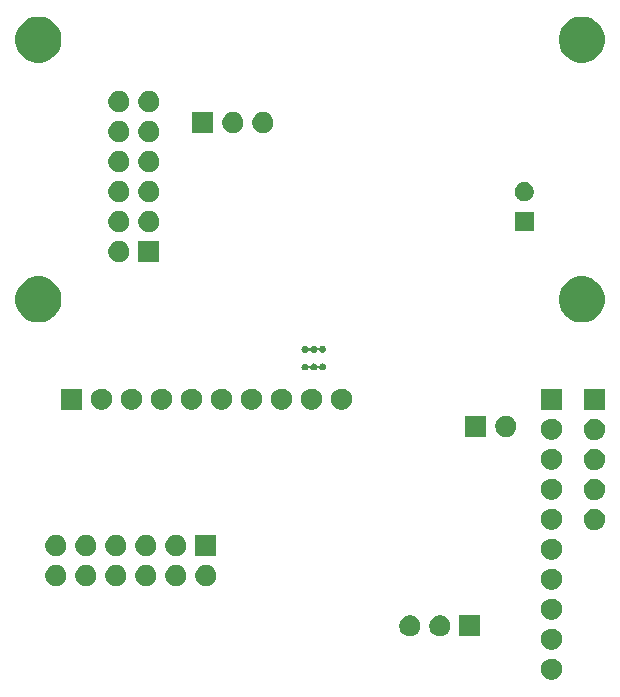
<source format=gbr>
G04 #@! TF.GenerationSoftware,KiCad,Pcbnew,(5.1.6)-1*
G04 #@! TF.CreationDate,2020-07-08T14:04:07+02:00*
G04 #@! TF.ProjectId,InteractiveGuitar,496e7465-7261-4637-9469-766547756974,rev?*
G04 #@! TF.SameCoordinates,Original*
G04 #@! TF.FileFunction,Soldermask,Bot*
G04 #@! TF.FilePolarity,Negative*
%FSLAX46Y46*%
G04 Gerber Fmt 4.6, Leading zero omitted, Abs format (unit mm)*
G04 Created by KiCad (PCBNEW (5.1.6)-1) date 2020-07-08 14:04:07*
%MOMM*%
%LPD*%
G01*
G04 APERTURE LIST*
%ADD10C,0.100000*%
G04 APERTURE END LIST*
D10*
G36*
X167563012Y-126406427D02*
G01*
X167712312Y-126436124D01*
X167876284Y-126504044D01*
X168023854Y-126602647D01*
X168149353Y-126728146D01*
X168247956Y-126875716D01*
X168315876Y-127039688D01*
X168350500Y-127213759D01*
X168350500Y-127391241D01*
X168315876Y-127565312D01*
X168247956Y-127729284D01*
X168149353Y-127876854D01*
X168023854Y-128002353D01*
X167876284Y-128100956D01*
X167712312Y-128168876D01*
X167563012Y-128198573D01*
X167538242Y-128203500D01*
X167360758Y-128203500D01*
X167335988Y-128198573D01*
X167186688Y-128168876D01*
X167022716Y-128100956D01*
X166875146Y-128002353D01*
X166749647Y-127876854D01*
X166651044Y-127729284D01*
X166583124Y-127565312D01*
X166548500Y-127391241D01*
X166548500Y-127213759D01*
X166583124Y-127039688D01*
X166651044Y-126875716D01*
X166749647Y-126728146D01*
X166875146Y-126602647D01*
X167022716Y-126504044D01*
X167186688Y-126436124D01*
X167335988Y-126406427D01*
X167360758Y-126401500D01*
X167538242Y-126401500D01*
X167563012Y-126406427D01*
G37*
G36*
X167563012Y-123866427D02*
G01*
X167712312Y-123896124D01*
X167876284Y-123964044D01*
X168023854Y-124062647D01*
X168149353Y-124188146D01*
X168247956Y-124335716D01*
X168315876Y-124499688D01*
X168350500Y-124673759D01*
X168350500Y-124851241D01*
X168315876Y-125025312D01*
X168247956Y-125189284D01*
X168149353Y-125336854D01*
X168023854Y-125462353D01*
X167876284Y-125560956D01*
X167712312Y-125628876D01*
X167563012Y-125658573D01*
X167538242Y-125663500D01*
X167360758Y-125663500D01*
X167335988Y-125658573D01*
X167186688Y-125628876D01*
X167022716Y-125560956D01*
X166875146Y-125462353D01*
X166749647Y-125336854D01*
X166651044Y-125189284D01*
X166583124Y-125025312D01*
X166548500Y-124851241D01*
X166548500Y-124673759D01*
X166583124Y-124499688D01*
X166651044Y-124335716D01*
X166749647Y-124188146D01*
X166875146Y-124062647D01*
X167022716Y-123964044D01*
X167186688Y-123896124D01*
X167335988Y-123866427D01*
X167360758Y-123861500D01*
X167538242Y-123861500D01*
X167563012Y-123866427D01*
G37*
G36*
X155561512Y-122738427D02*
G01*
X155710812Y-122768124D01*
X155874784Y-122836044D01*
X156022354Y-122934647D01*
X156147853Y-123060146D01*
X156246456Y-123207716D01*
X156314376Y-123371688D01*
X156349000Y-123545759D01*
X156349000Y-123723241D01*
X156314376Y-123897312D01*
X156246456Y-124061284D01*
X156147853Y-124208854D01*
X156022354Y-124334353D01*
X155874784Y-124432956D01*
X155710812Y-124500876D01*
X155561512Y-124530573D01*
X155536742Y-124535500D01*
X155359258Y-124535500D01*
X155334488Y-124530573D01*
X155185188Y-124500876D01*
X155021216Y-124432956D01*
X154873646Y-124334353D01*
X154748147Y-124208854D01*
X154649544Y-124061284D01*
X154581624Y-123897312D01*
X154547000Y-123723241D01*
X154547000Y-123545759D01*
X154581624Y-123371688D01*
X154649544Y-123207716D01*
X154748147Y-123060146D01*
X154873646Y-122934647D01*
X155021216Y-122836044D01*
X155185188Y-122768124D01*
X155334488Y-122738427D01*
X155359258Y-122733500D01*
X155536742Y-122733500D01*
X155561512Y-122738427D01*
G37*
G36*
X158101512Y-122738427D02*
G01*
X158250812Y-122768124D01*
X158414784Y-122836044D01*
X158562354Y-122934647D01*
X158687853Y-123060146D01*
X158786456Y-123207716D01*
X158854376Y-123371688D01*
X158889000Y-123545759D01*
X158889000Y-123723241D01*
X158854376Y-123897312D01*
X158786456Y-124061284D01*
X158687853Y-124208854D01*
X158562354Y-124334353D01*
X158414784Y-124432956D01*
X158250812Y-124500876D01*
X158101512Y-124530573D01*
X158076742Y-124535500D01*
X157899258Y-124535500D01*
X157874488Y-124530573D01*
X157725188Y-124500876D01*
X157561216Y-124432956D01*
X157413646Y-124334353D01*
X157288147Y-124208854D01*
X157189544Y-124061284D01*
X157121624Y-123897312D01*
X157087000Y-123723241D01*
X157087000Y-123545759D01*
X157121624Y-123371688D01*
X157189544Y-123207716D01*
X157288147Y-123060146D01*
X157413646Y-122934647D01*
X157561216Y-122836044D01*
X157725188Y-122768124D01*
X157874488Y-122738427D01*
X157899258Y-122733500D01*
X158076742Y-122733500D01*
X158101512Y-122738427D01*
G37*
G36*
X161429000Y-124535500D02*
G01*
X159627000Y-124535500D01*
X159627000Y-122733500D01*
X161429000Y-122733500D01*
X161429000Y-124535500D01*
G37*
G36*
X167563012Y-121326427D02*
G01*
X167712312Y-121356124D01*
X167876284Y-121424044D01*
X168023854Y-121522647D01*
X168149353Y-121648146D01*
X168247956Y-121795716D01*
X168315876Y-121959688D01*
X168350500Y-122133759D01*
X168350500Y-122311241D01*
X168315876Y-122485312D01*
X168247956Y-122649284D01*
X168149353Y-122796854D01*
X168023854Y-122922353D01*
X167876284Y-123020956D01*
X167712312Y-123088876D01*
X167563012Y-123118573D01*
X167538242Y-123123500D01*
X167360758Y-123123500D01*
X167335988Y-123118573D01*
X167186688Y-123088876D01*
X167022716Y-123020956D01*
X166875146Y-122922353D01*
X166749647Y-122796854D01*
X166651044Y-122649284D01*
X166583124Y-122485312D01*
X166548500Y-122311241D01*
X166548500Y-122133759D01*
X166583124Y-121959688D01*
X166651044Y-121795716D01*
X166749647Y-121648146D01*
X166875146Y-121522647D01*
X167022716Y-121424044D01*
X167186688Y-121356124D01*
X167335988Y-121326427D01*
X167360758Y-121321500D01*
X167538242Y-121321500D01*
X167563012Y-121326427D01*
G37*
G36*
X167563012Y-118786427D02*
G01*
X167712312Y-118816124D01*
X167876284Y-118884044D01*
X168023854Y-118982647D01*
X168149353Y-119108146D01*
X168247956Y-119255716D01*
X168315876Y-119419688D01*
X168350500Y-119593759D01*
X168350500Y-119771241D01*
X168315876Y-119945312D01*
X168247956Y-120109284D01*
X168149353Y-120256854D01*
X168023854Y-120382353D01*
X167876284Y-120480956D01*
X167712312Y-120548876D01*
X167563012Y-120578573D01*
X167538242Y-120583500D01*
X167360758Y-120583500D01*
X167335988Y-120578573D01*
X167186688Y-120548876D01*
X167022716Y-120480956D01*
X166875146Y-120382353D01*
X166749647Y-120256854D01*
X166651044Y-120109284D01*
X166583124Y-119945312D01*
X166548500Y-119771241D01*
X166548500Y-119593759D01*
X166583124Y-119419688D01*
X166651044Y-119255716D01*
X166749647Y-119108146D01*
X166875146Y-118982647D01*
X167022716Y-118884044D01*
X167186688Y-118816124D01*
X167335988Y-118786427D01*
X167360758Y-118781500D01*
X167538242Y-118781500D01*
X167563012Y-118786427D01*
G37*
G36*
X135749512Y-118483927D02*
G01*
X135898812Y-118513624D01*
X136062784Y-118581544D01*
X136210354Y-118680147D01*
X136335853Y-118805646D01*
X136434456Y-118953216D01*
X136502376Y-119117188D01*
X136537000Y-119291259D01*
X136537000Y-119468741D01*
X136502376Y-119642812D01*
X136434456Y-119806784D01*
X136335853Y-119954354D01*
X136210354Y-120079853D01*
X136062784Y-120178456D01*
X135898812Y-120246376D01*
X135749512Y-120276073D01*
X135724742Y-120281000D01*
X135547258Y-120281000D01*
X135522488Y-120276073D01*
X135373188Y-120246376D01*
X135209216Y-120178456D01*
X135061646Y-120079853D01*
X134936147Y-119954354D01*
X134837544Y-119806784D01*
X134769624Y-119642812D01*
X134735000Y-119468741D01*
X134735000Y-119291259D01*
X134769624Y-119117188D01*
X134837544Y-118953216D01*
X134936147Y-118805646D01*
X135061646Y-118680147D01*
X135209216Y-118581544D01*
X135373188Y-118513624D01*
X135522488Y-118483927D01*
X135547258Y-118479000D01*
X135724742Y-118479000D01*
X135749512Y-118483927D01*
G37*
G36*
X125589512Y-118483927D02*
G01*
X125738812Y-118513624D01*
X125902784Y-118581544D01*
X126050354Y-118680147D01*
X126175853Y-118805646D01*
X126274456Y-118953216D01*
X126342376Y-119117188D01*
X126377000Y-119291259D01*
X126377000Y-119468741D01*
X126342376Y-119642812D01*
X126274456Y-119806784D01*
X126175853Y-119954354D01*
X126050354Y-120079853D01*
X125902784Y-120178456D01*
X125738812Y-120246376D01*
X125589512Y-120276073D01*
X125564742Y-120281000D01*
X125387258Y-120281000D01*
X125362488Y-120276073D01*
X125213188Y-120246376D01*
X125049216Y-120178456D01*
X124901646Y-120079853D01*
X124776147Y-119954354D01*
X124677544Y-119806784D01*
X124609624Y-119642812D01*
X124575000Y-119468741D01*
X124575000Y-119291259D01*
X124609624Y-119117188D01*
X124677544Y-118953216D01*
X124776147Y-118805646D01*
X124901646Y-118680147D01*
X125049216Y-118581544D01*
X125213188Y-118513624D01*
X125362488Y-118483927D01*
X125387258Y-118479000D01*
X125564742Y-118479000D01*
X125589512Y-118483927D01*
G37*
G36*
X128129512Y-118483927D02*
G01*
X128278812Y-118513624D01*
X128442784Y-118581544D01*
X128590354Y-118680147D01*
X128715853Y-118805646D01*
X128814456Y-118953216D01*
X128882376Y-119117188D01*
X128917000Y-119291259D01*
X128917000Y-119468741D01*
X128882376Y-119642812D01*
X128814456Y-119806784D01*
X128715853Y-119954354D01*
X128590354Y-120079853D01*
X128442784Y-120178456D01*
X128278812Y-120246376D01*
X128129512Y-120276073D01*
X128104742Y-120281000D01*
X127927258Y-120281000D01*
X127902488Y-120276073D01*
X127753188Y-120246376D01*
X127589216Y-120178456D01*
X127441646Y-120079853D01*
X127316147Y-119954354D01*
X127217544Y-119806784D01*
X127149624Y-119642812D01*
X127115000Y-119468741D01*
X127115000Y-119291259D01*
X127149624Y-119117188D01*
X127217544Y-118953216D01*
X127316147Y-118805646D01*
X127441646Y-118680147D01*
X127589216Y-118581544D01*
X127753188Y-118513624D01*
X127902488Y-118483927D01*
X127927258Y-118479000D01*
X128104742Y-118479000D01*
X128129512Y-118483927D01*
G37*
G36*
X130669512Y-118483927D02*
G01*
X130818812Y-118513624D01*
X130982784Y-118581544D01*
X131130354Y-118680147D01*
X131255853Y-118805646D01*
X131354456Y-118953216D01*
X131422376Y-119117188D01*
X131457000Y-119291259D01*
X131457000Y-119468741D01*
X131422376Y-119642812D01*
X131354456Y-119806784D01*
X131255853Y-119954354D01*
X131130354Y-120079853D01*
X130982784Y-120178456D01*
X130818812Y-120246376D01*
X130669512Y-120276073D01*
X130644742Y-120281000D01*
X130467258Y-120281000D01*
X130442488Y-120276073D01*
X130293188Y-120246376D01*
X130129216Y-120178456D01*
X129981646Y-120079853D01*
X129856147Y-119954354D01*
X129757544Y-119806784D01*
X129689624Y-119642812D01*
X129655000Y-119468741D01*
X129655000Y-119291259D01*
X129689624Y-119117188D01*
X129757544Y-118953216D01*
X129856147Y-118805646D01*
X129981646Y-118680147D01*
X130129216Y-118581544D01*
X130293188Y-118513624D01*
X130442488Y-118483927D01*
X130467258Y-118479000D01*
X130644742Y-118479000D01*
X130669512Y-118483927D01*
G37*
G36*
X133209512Y-118483927D02*
G01*
X133358812Y-118513624D01*
X133522784Y-118581544D01*
X133670354Y-118680147D01*
X133795853Y-118805646D01*
X133894456Y-118953216D01*
X133962376Y-119117188D01*
X133997000Y-119291259D01*
X133997000Y-119468741D01*
X133962376Y-119642812D01*
X133894456Y-119806784D01*
X133795853Y-119954354D01*
X133670354Y-120079853D01*
X133522784Y-120178456D01*
X133358812Y-120246376D01*
X133209512Y-120276073D01*
X133184742Y-120281000D01*
X133007258Y-120281000D01*
X132982488Y-120276073D01*
X132833188Y-120246376D01*
X132669216Y-120178456D01*
X132521646Y-120079853D01*
X132396147Y-119954354D01*
X132297544Y-119806784D01*
X132229624Y-119642812D01*
X132195000Y-119468741D01*
X132195000Y-119291259D01*
X132229624Y-119117188D01*
X132297544Y-118953216D01*
X132396147Y-118805646D01*
X132521646Y-118680147D01*
X132669216Y-118581544D01*
X132833188Y-118513624D01*
X132982488Y-118483927D01*
X133007258Y-118479000D01*
X133184742Y-118479000D01*
X133209512Y-118483927D01*
G37*
G36*
X138289512Y-118483927D02*
G01*
X138438812Y-118513624D01*
X138602784Y-118581544D01*
X138750354Y-118680147D01*
X138875853Y-118805646D01*
X138974456Y-118953216D01*
X139042376Y-119117188D01*
X139077000Y-119291259D01*
X139077000Y-119468741D01*
X139042376Y-119642812D01*
X138974456Y-119806784D01*
X138875853Y-119954354D01*
X138750354Y-120079853D01*
X138602784Y-120178456D01*
X138438812Y-120246376D01*
X138289512Y-120276073D01*
X138264742Y-120281000D01*
X138087258Y-120281000D01*
X138062488Y-120276073D01*
X137913188Y-120246376D01*
X137749216Y-120178456D01*
X137601646Y-120079853D01*
X137476147Y-119954354D01*
X137377544Y-119806784D01*
X137309624Y-119642812D01*
X137275000Y-119468741D01*
X137275000Y-119291259D01*
X137309624Y-119117188D01*
X137377544Y-118953216D01*
X137476147Y-118805646D01*
X137601646Y-118680147D01*
X137749216Y-118581544D01*
X137913188Y-118513624D01*
X138062488Y-118483927D01*
X138087258Y-118479000D01*
X138264742Y-118479000D01*
X138289512Y-118483927D01*
G37*
G36*
X167563012Y-116246427D02*
G01*
X167712312Y-116276124D01*
X167876284Y-116344044D01*
X168023854Y-116442647D01*
X168149353Y-116568146D01*
X168247956Y-116715716D01*
X168315876Y-116879688D01*
X168350500Y-117053759D01*
X168350500Y-117231241D01*
X168315876Y-117405312D01*
X168247956Y-117569284D01*
X168149353Y-117716854D01*
X168023854Y-117842353D01*
X167876284Y-117940956D01*
X167712312Y-118008876D01*
X167563012Y-118038573D01*
X167538242Y-118043500D01*
X167360758Y-118043500D01*
X167335988Y-118038573D01*
X167186688Y-118008876D01*
X167022716Y-117940956D01*
X166875146Y-117842353D01*
X166749647Y-117716854D01*
X166651044Y-117569284D01*
X166583124Y-117405312D01*
X166548500Y-117231241D01*
X166548500Y-117053759D01*
X166583124Y-116879688D01*
X166651044Y-116715716D01*
X166749647Y-116568146D01*
X166875146Y-116442647D01*
X167022716Y-116344044D01*
X167186688Y-116276124D01*
X167335988Y-116246427D01*
X167360758Y-116241500D01*
X167538242Y-116241500D01*
X167563012Y-116246427D01*
G37*
G36*
X133209512Y-115943927D02*
G01*
X133358812Y-115973624D01*
X133522784Y-116041544D01*
X133670354Y-116140147D01*
X133795853Y-116265646D01*
X133894456Y-116413216D01*
X133962376Y-116577188D01*
X133997000Y-116751259D01*
X133997000Y-116928741D01*
X133962376Y-117102812D01*
X133894456Y-117266784D01*
X133795853Y-117414354D01*
X133670354Y-117539853D01*
X133522784Y-117638456D01*
X133358812Y-117706376D01*
X133209512Y-117736073D01*
X133184742Y-117741000D01*
X133007258Y-117741000D01*
X132982488Y-117736073D01*
X132833188Y-117706376D01*
X132669216Y-117638456D01*
X132521646Y-117539853D01*
X132396147Y-117414354D01*
X132297544Y-117266784D01*
X132229624Y-117102812D01*
X132195000Y-116928741D01*
X132195000Y-116751259D01*
X132229624Y-116577188D01*
X132297544Y-116413216D01*
X132396147Y-116265646D01*
X132521646Y-116140147D01*
X132669216Y-116041544D01*
X132833188Y-115973624D01*
X132982488Y-115943927D01*
X133007258Y-115939000D01*
X133184742Y-115939000D01*
X133209512Y-115943927D01*
G37*
G36*
X130669512Y-115943927D02*
G01*
X130818812Y-115973624D01*
X130982784Y-116041544D01*
X131130354Y-116140147D01*
X131255853Y-116265646D01*
X131354456Y-116413216D01*
X131422376Y-116577188D01*
X131457000Y-116751259D01*
X131457000Y-116928741D01*
X131422376Y-117102812D01*
X131354456Y-117266784D01*
X131255853Y-117414354D01*
X131130354Y-117539853D01*
X130982784Y-117638456D01*
X130818812Y-117706376D01*
X130669512Y-117736073D01*
X130644742Y-117741000D01*
X130467258Y-117741000D01*
X130442488Y-117736073D01*
X130293188Y-117706376D01*
X130129216Y-117638456D01*
X129981646Y-117539853D01*
X129856147Y-117414354D01*
X129757544Y-117266784D01*
X129689624Y-117102812D01*
X129655000Y-116928741D01*
X129655000Y-116751259D01*
X129689624Y-116577188D01*
X129757544Y-116413216D01*
X129856147Y-116265646D01*
X129981646Y-116140147D01*
X130129216Y-116041544D01*
X130293188Y-115973624D01*
X130442488Y-115943927D01*
X130467258Y-115939000D01*
X130644742Y-115939000D01*
X130669512Y-115943927D01*
G37*
G36*
X135749512Y-115943927D02*
G01*
X135898812Y-115973624D01*
X136062784Y-116041544D01*
X136210354Y-116140147D01*
X136335853Y-116265646D01*
X136434456Y-116413216D01*
X136502376Y-116577188D01*
X136537000Y-116751259D01*
X136537000Y-116928741D01*
X136502376Y-117102812D01*
X136434456Y-117266784D01*
X136335853Y-117414354D01*
X136210354Y-117539853D01*
X136062784Y-117638456D01*
X135898812Y-117706376D01*
X135749512Y-117736073D01*
X135724742Y-117741000D01*
X135547258Y-117741000D01*
X135522488Y-117736073D01*
X135373188Y-117706376D01*
X135209216Y-117638456D01*
X135061646Y-117539853D01*
X134936147Y-117414354D01*
X134837544Y-117266784D01*
X134769624Y-117102812D01*
X134735000Y-116928741D01*
X134735000Y-116751259D01*
X134769624Y-116577188D01*
X134837544Y-116413216D01*
X134936147Y-116265646D01*
X135061646Y-116140147D01*
X135209216Y-116041544D01*
X135373188Y-115973624D01*
X135522488Y-115943927D01*
X135547258Y-115939000D01*
X135724742Y-115939000D01*
X135749512Y-115943927D01*
G37*
G36*
X125589512Y-115943927D02*
G01*
X125738812Y-115973624D01*
X125902784Y-116041544D01*
X126050354Y-116140147D01*
X126175853Y-116265646D01*
X126274456Y-116413216D01*
X126342376Y-116577188D01*
X126377000Y-116751259D01*
X126377000Y-116928741D01*
X126342376Y-117102812D01*
X126274456Y-117266784D01*
X126175853Y-117414354D01*
X126050354Y-117539853D01*
X125902784Y-117638456D01*
X125738812Y-117706376D01*
X125589512Y-117736073D01*
X125564742Y-117741000D01*
X125387258Y-117741000D01*
X125362488Y-117736073D01*
X125213188Y-117706376D01*
X125049216Y-117638456D01*
X124901646Y-117539853D01*
X124776147Y-117414354D01*
X124677544Y-117266784D01*
X124609624Y-117102812D01*
X124575000Y-116928741D01*
X124575000Y-116751259D01*
X124609624Y-116577188D01*
X124677544Y-116413216D01*
X124776147Y-116265646D01*
X124901646Y-116140147D01*
X125049216Y-116041544D01*
X125213188Y-115973624D01*
X125362488Y-115943927D01*
X125387258Y-115939000D01*
X125564742Y-115939000D01*
X125589512Y-115943927D01*
G37*
G36*
X128129512Y-115943927D02*
G01*
X128278812Y-115973624D01*
X128442784Y-116041544D01*
X128590354Y-116140147D01*
X128715853Y-116265646D01*
X128814456Y-116413216D01*
X128882376Y-116577188D01*
X128917000Y-116751259D01*
X128917000Y-116928741D01*
X128882376Y-117102812D01*
X128814456Y-117266784D01*
X128715853Y-117414354D01*
X128590354Y-117539853D01*
X128442784Y-117638456D01*
X128278812Y-117706376D01*
X128129512Y-117736073D01*
X128104742Y-117741000D01*
X127927258Y-117741000D01*
X127902488Y-117736073D01*
X127753188Y-117706376D01*
X127589216Y-117638456D01*
X127441646Y-117539853D01*
X127316147Y-117414354D01*
X127217544Y-117266784D01*
X127149624Y-117102812D01*
X127115000Y-116928741D01*
X127115000Y-116751259D01*
X127149624Y-116577188D01*
X127217544Y-116413216D01*
X127316147Y-116265646D01*
X127441646Y-116140147D01*
X127589216Y-116041544D01*
X127753188Y-115973624D01*
X127902488Y-115943927D01*
X127927258Y-115939000D01*
X128104742Y-115939000D01*
X128129512Y-115943927D01*
G37*
G36*
X139077000Y-117741000D02*
G01*
X137275000Y-117741000D01*
X137275000Y-115939000D01*
X139077000Y-115939000D01*
X139077000Y-117741000D01*
G37*
G36*
X171182512Y-113721427D02*
G01*
X171331812Y-113751124D01*
X171495784Y-113819044D01*
X171643354Y-113917647D01*
X171768853Y-114043146D01*
X171867456Y-114190716D01*
X171935376Y-114354688D01*
X171970000Y-114528759D01*
X171970000Y-114706241D01*
X171935376Y-114880312D01*
X171867456Y-115044284D01*
X171768853Y-115191854D01*
X171643354Y-115317353D01*
X171495784Y-115415956D01*
X171331812Y-115483876D01*
X171182512Y-115513573D01*
X171157742Y-115518500D01*
X170980258Y-115518500D01*
X170955488Y-115513573D01*
X170806188Y-115483876D01*
X170642216Y-115415956D01*
X170494646Y-115317353D01*
X170369147Y-115191854D01*
X170270544Y-115044284D01*
X170202624Y-114880312D01*
X170168000Y-114706241D01*
X170168000Y-114528759D01*
X170202624Y-114354688D01*
X170270544Y-114190716D01*
X170369147Y-114043146D01*
X170494646Y-113917647D01*
X170642216Y-113819044D01*
X170806188Y-113751124D01*
X170955488Y-113721427D01*
X170980258Y-113716500D01*
X171157742Y-113716500D01*
X171182512Y-113721427D01*
G37*
G36*
X167563012Y-113706427D02*
G01*
X167712312Y-113736124D01*
X167876284Y-113804044D01*
X168023854Y-113902647D01*
X168149353Y-114028146D01*
X168247956Y-114175716D01*
X168315876Y-114339688D01*
X168350500Y-114513759D01*
X168350500Y-114691241D01*
X168315876Y-114865312D01*
X168247956Y-115029284D01*
X168149353Y-115176854D01*
X168023854Y-115302353D01*
X167876284Y-115400956D01*
X167712312Y-115468876D01*
X167563012Y-115498573D01*
X167538242Y-115503500D01*
X167360758Y-115503500D01*
X167335988Y-115498573D01*
X167186688Y-115468876D01*
X167022716Y-115400956D01*
X166875146Y-115302353D01*
X166749647Y-115176854D01*
X166651044Y-115029284D01*
X166583124Y-114865312D01*
X166548500Y-114691241D01*
X166548500Y-114513759D01*
X166583124Y-114339688D01*
X166651044Y-114175716D01*
X166749647Y-114028146D01*
X166875146Y-113902647D01*
X167022716Y-113804044D01*
X167186688Y-113736124D01*
X167335988Y-113706427D01*
X167360758Y-113701500D01*
X167538242Y-113701500D01*
X167563012Y-113706427D01*
G37*
G36*
X171182512Y-111181427D02*
G01*
X171331812Y-111211124D01*
X171495784Y-111279044D01*
X171643354Y-111377647D01*
X171768853Y-111503146D01*
X171867456Y-111650716D01*
X171935376Y-111814688D01*
X171970000Y-111988759D01*
X171970000Y-112166241D01*
X171935376Y-112340312D01*
X171867456Y-112504284D01*
X171768853Y-112651854D01*
X171643354Y-112777353D01*
X171495784Y-112875956D01*
X171331812Y-112943876D01*
X171182512Y-112973573D01*
X171157742Y-112978500D01*
X170980258Y-112978500D01*
X170955488Y-112973573D01*
X170806188Y-112943876D01*
X170642216Y-112875956D01*
X170494646Y-112777353D01*
X170369147Y-112651854D01*
X170270544Y-112504284D01*
X170202624Y-112340312D01*
X170168000Y-112166241D01*
X170168000Y-111988759D01*
X170202624Y-111814688D01*
X170270544Y-111650716D01*
X170369147Y-111503146D01*
X170494646Y-111377647D01*
X170642216Y-111279044D01*
X170806188Y-111211124D01*
X170955488Y-111181427D01*
X170980258Y-111176500D01*
X171157742Y-111176500D01*
X171182512Y-111181427D01*
G37*
G36*
X167563012Y-111166427D02*
G01*
X167712312Y-111196124D01*
X167876284Y-111264044D01*
X168023854Y-111362647D01*
X168149353Y-111488146D01*
X168247956Y-111635716D01*
X168315876Y-111799688D01*
X168350500Y-111973759D01*
X168350500Y-112151241D01*
X168315876Y-112325312D01*
X168247956Y-112489284D01*
X168149353Y-112636854D01*
X168023854Y-112762353D01*
X167876284Y-112860956D01*
X167712312Y-112928876D01*
X167563012Y-112958573D01*
X167538242Y-112963500D01*
X167360758Y-112963500D01*
X167335988Y-112958573D01*
X167186688Y-112928876D01*
X167022716Y-112860956D01*
X166875146Y-112762353D01*
X166749647Y-112636854D01*
X166651044Y-112489284D01*
X166583124Y-112325312D01*
X166548500Y-112151241D01*
X166548500Y-111973759D01*
X166583124Y-111799688D01*
X166651044Y-111635716D01*
X166749647Y-111488146D01*
X166875146Y-111362647D01*
X167022716Y-111264044D01*
X167186688Y-111196124D01*
X167335988Y-111166427D01*
X167360758Y-111161500D01*
X167538242Y-111161500D01*
X167563012Y-111166427D01*
G37*
G36*
X171182512Y-108641427D02*
G01*
X171331812Y-108671124D01*
X171495784Y-108739044D01*
X171643354Y-108837647D01*
X171768853Y-108963146D01*
X171867456Y-109110716D01*
X171935376Y-109274688D01*
X171970000Y-109448759D01*
X171970000Y-109626241D01*
X171935376Y-109800312D01*
X171867456Y-109964284D01*
X171768853Y-110111854D01*
X171643354Y-110237353D01*
X171495784Y-110335956D01*
X171331812Y-110403876D01*
X171182512Y-110433573D01*
X171157742Y-110438500D01*
X170980258Y-110438500D01*
X170955488Y-110433573D01*
X170806188Y-110403876D01*
X170642216Y-110335956D01*
X170494646Y-110237353D01*
X170369147Y-110111854D01*
X170270544Y-109964284D01*
X170202624Y-109800312D01*
X170168000Y-109626241D01*
X170168000Y-109448759D01*
X170202624Y-109274688D01*
X170270544Y-109110716D01*
X170369147Y-108963146D01*
X170494646Y-108837647D01*
X170642216Y-108739044D01*
X170806188Y-108671124D01*
X170955488Y-108641427D01*
X170980258Y-108636500D01*
X171157742Y-108636500D01*
X171182512Y-108641427D01*
G37*
G36*
X167563012Y-108626427D02*
G01*
X167712312Y-108656124D01*
X167876284Y-108724044D01*
X168023854Y-108822647D01*
X168149353Y-108948146D01*
X168247956Y-109095716D01*
X168315876Y-109259688D01*
X168350500Y-109433759D01*
X168350500Y-109611241D01*
X168315876Y-109785312D01*
X168247956Y-109949284D01*
X168149353Y-110096854D01*
X168023854Y-110222353D01*
X167876284Y-110320956D01*
X167712312Y-110388876D01*
X167563012Y-110418573D01*
X167538242Y-110423500D01*
X167360758Y-110423500D01*
X167335988Y-110418573D01*
X167186688Y-110388876D01*
X167022716Y-110320956D01*
X166875146Y-110222353D01*
X166749647Y-110096854D01*
X166651044Y-109949284D01*
X166583124Y-109785312D01*
X166548500Y-109611241D01*
X166548500Y-109433759D01*
X166583124Y-109259688D01*
X166651044Y-109095716D01*
X166749647Y-108948146D01*
X166875146Y-108822647D01*
X167022716Y-108724044D01*
X167186688Y-108656124D01*
X167335988Y-108626427D01*
X167360758Y-108621500D01*
X167538242Y-108621500D01*
X167563012Y-108626427D01*
G37*
G36*
X171182512Y-106101427D02*
G01*
X171331812Y-106131124D01*
X171495784Y-106199044D01*
X171643354Y-106297647D01*
X171768853Y-106423146D01*
X171867456Y-106570716D01*
X171935376Y-106734688D01*
X171970000Y-106908759D01*
X171970000Y-107086241D01*
X171935376Y-107260312D01*
X171867456Y-107424284D01*
X171768853Y-107571854D01*
X171643354Y-107697353D01*
X171495784Y-107795956D01*
X171331812Y-107863876D01*
X171182512Y-107893573D01*
X171157742Y-107898500D01*
X170980258Y-107898500D01*
X170955488Y-107893573D01*
X170806188Y-107863876D01*
X170642216Y-107795956D01*
X170494646Y-107697353D01*
X170369147Y-107571854D01*
X170270544Y-107424284D01*
X170202624Y-107260312D01*
X170168000Y-107086241D01*
X170168000Y-106908759D01*
X170202624Y-106734688D01*
X170270544Y-106570716D01*
X170369147Y-106423146D01*
X170494646Y-106297647D01*
X170642216Y-106199044D01*
X170806188Y-106131124D01*
X170955488Y-106101427D01*
X170980258Y-106096500D01*
X171157742Y-106096500D01*
X171182512Y-106101427D01*
G37*
G36*
X167563012Y-106086427D02*
G01*
X167712312Y-106116124D01*
X167876284Y-106184044D01*
X168023854Y-106282647D01*
X168149353Y-106408146D01*
X168247956Y-106555716D01*
X168315876Y-106719688D01*
X168350500Y-106893759D01*
X168350500Y-107071241D01*
X168315876Y-107245312D01*
X168247956Y-107409284D01*
X168149353Y-107556854D01*
X168023854Y-107682353D01*
X167876284Y-107780956D01*
X167712312Y-107848876D01*
X167563012Y-107878573D01*
X167538242Y-107883500D01*
X167360758Y-107883500D01*
X167335988Y-107878573D01*
X167186688Y-107848876D01*
X167022716Y-107780956D01*
X166875146Y-107682353D01*
X166749647Y-107556854D01*
X166651044Y-107409284D01*
X166583124Y-107245312D01*
X166548500Y-107071241D01*
X166548500Y-106893759D01*
X166583124Y-106719688D01*
X166651044Y-106555716D01*
X166749647Y-106408146D01*
X166875146Y-106282647D01*
X167022716Y-106184044D01*
X167186688Y-106116124D01*
X167335988Y-106086427D01*
X167360758Y-106081500D01*
X167538242Y-106081500D01*
X167563012Y-106086427D01*
G37*
G36*
X163689512Y-105847427D02*
G01*
X163838812Y-105877124D01*
X164002784Y-105945044D01*
X164150354Y-106043647D01*
X164275853Y-106169146D01*
X164374456Y-106316716D01*
X164442376Y-106480688D01*
X164477000Y-106654759D01*
X164477000Y-106832241D01*
X164442376Y-107006312D01*
X164374456Y-107170284D01*
X164275853Y-107317854D01*
X164150354Y-107443353D01*
X164002784Y-107541956D01*
X163838812Y-107609876D01*
X163689512Y-107639573D01*
X163664742Y-107644500D01*
X163487258Y-107644500D01*
X163462488Y-107639573D01*
X163313188Y-107609876D01*
X163149216Y-107541956D01*
X163001646Y-107443353D01*
X162876147Y-107317854D01*
X162777544Y-107170284D01*
X162709624Y-107006312D01*
X162675000Y-106832241D01*
X162675000Y-106654759D01*
X162709624Y-106480688D01*
X162777544Y-106316716D01*
X162876147Y-106169146D01*
X163001646Y-106043647D01*
X163149216Y-105945044D01*
X163313188Y-105877124D01*
X163462488Y-105847427D01*
X163487258Y-105842500D01*
X163664742Y-105842500D01*
X163689512Y-105847427D01*
G37*
G36*
X161937000Y-107644500D02*
G01*
X160135000Y-107644500D01*
X160135000Y-105842500D01*
X161937000Y-105842500D01*
X161937000Y-107644500D01*
G37*
G36*
X171970000Y-105358500D02*
G01*
X170168000Y-105358500D01*
X170168000Y-103556500D01*
X171970000Y-103556500D01*
X171970000Y-105358500D01*
G37*
G36*
X139623012Y-103546427D02*
G01*
X139772312Y-103576124D01*
X139936284Y-103644044D01*
X140083854Y-103742647D01*
X140209353Y-103868146D01*
X140307956Y-104015716D01*
X140375876Y-104179688D01*
X140410500Y-104353759D01*
X140410500Y-104531241D01*
X140375876Y-104705312D01*
X140307956Y-104869284D01*
X140209353Y-105016854D01*
X140083854Y-105142353D01*
X139936284Y-105240956D01*
X139772312Y-105308876D01*
X139623012Y-105338573D01*
X139598242Y-105343500D01*
X139420758Y-105343500D01*
X139395988Y-105338573D01*
X139246688Y-105308876D01*
X139082716Y-105240956D01*
X138935146Y-105142353D01*
X138809647Y-105016854D01*
X138711044Y-104869284D01*
X138643124Y-104705312D01*
X138608500Y-104531241D01*
X138608500Y-104353759D01*
X138643124Y-104179688D01*
X138711044Y-104015716D01*
X138809647Y-103868146D01*
X138935146Y-103742647D01*
X139082716Y-103644044D01*
X139246688Y-103576124D01*
X139395988Y-103546427D01*
X139420758Y-103541500D01*
X139598242Y-103541500D01*
X139623012Y-103546427D01*
G37*
G36*
X137083012Y-103546427D02*
G01*
X137232312Y-103576124D01*
X137396284Y-103644044D01*
X137543854Y-103742647D01*
X137669353Y-103868146D01*
X137767956Y-104015716D01*
X137835876Y-104179688D01*
X137870500Y-104353759D01*
X137870500Y-104531241D01*
X137835876Y-104705312D01*
X137767956Y-104869284D01*
X137669353Y-105016854D01*
X137543854Y-105142353D01*
X137396284Y-105240956D01*
X137232312Y-105308876D01*
X137083012Y-105338573D01*
X137058242Y-105343500D01*
X136880758Y-105343500D01*
X136855988Y-105338573D01*
X136706688Y-105308876D01*
X136542716Y-105240956D01*
X136395146Y-105142353D01*
X136269647Y-105016854D01*
X136171044Y-104869284D01*
X136103124Y-104705312D01*
X136068500Y-104531241D01*
X136068500Y-104353759D01*
X136103124Y-104179688D01*
X136171044Y-104015716D01*
X136269647Y-103868146D01*
X136395146Y-103742647D01*
X136542716Y-103644044D01*
X136706688Y-103576124D01*
X136855988Y-103546427D01*
X136880758Y-103541500D01*
X137058242Y-103541500D01*
X137083012Y-103546427D01*
G37*
G36*
X134543012Y-103546427D02*
G01*
X134692312Y-103576124D01*
X134856284Y-103644044D01*
X135003854Y-103742647D01*
X135129353Y-103868146D01*
X135227956Y-104015716D01*
X135295876Y-104179688D01*
X135330500Y-104353759D01*
X135330500Y-104531241D01*
X135295876Y-104705312D01*
X135227956Y-104869284D01*
X135129353Y-105016854D01*
X135003854Y-105142353D01*
X134856284Y-105240956D01*
X134692312Y-105308876D01*
X134543012Y-105338573D01*
X134518242Y-105343500D01*
X134340758Y-105343500D01*
X134315988Y-105338573D01*
X134166688Y-105308876D01*
X134002716Y-105240956D01*
X133855146Y-105142353D01*
X133729647Y-105016854D01*
X133631044Y-104869284D01*
X133563124Y-104705312D01*
X133528500Y-104531241D01*
X133528500Y-104353759D01*
X133563124Y-104179688D01*
X133631044Y-104015716D01*
X133729647Y-103868146D01*
X133855146Y-103742647D01*
X134002716Y-103644044D01*
X134166688Y-103576124D01*
X134315988Y-103546427D01*
X134340758Y-103541500D01*
X134518242Y-103541500D01*
X134543012Y-103546427D01*
G37*
G36*
X132003012Y-103546427D02*
G01*
X132152312Y-103576124D01*
X132316284Y-103644044D01*
X132463854Y-103742647D01*
X132589353Y-103868146D01*
X132687956Y-104015716D01*
X132755876Y-104179688D01*
X132790500Y-104353759D01*
X132790500Y-104531241D01*
X132755876Y-104705312D01*
X132687956Y-104869284D01*
X132589353Y-105016854D01*
X132463854Y-105142353D01*
X132316284Y-105240956D01*
X132152312Y-105308876D01*
X132003012Y-105338573D01*
X131978242Y-105343500D01*
X131800758Y-105343500D01*
X131775988Y-105338573D01*
X131626688Y-105308876D01*
X131462716Y-105240956D01*
X131315146Y-105142353D01*
X131189647Y-105016854D01*
X131091044Y-104869284D01*
X131023124Y-104705312D01*
X130988500Y-104531241D01*
X130988500Y-104353759D01*
X131023124Y-104179688D01*
X131091044Y-104015716D01*
X131189647Y-103868146D01*
X131315146Y-103742647D01*
X131462716Y-103644044D01*
X131626688Y-103576124D01*
X131775988Y-103546427D01*
X131800758Y-103541500D01*
X131978242Y-103541500D01*
X132003012Y-103546427D01*
G37*
G36*
X129463012Y-103546427D02*
G01*
X129612312Y-103576124D01*
X129776284Y-103644044D01*
X129923854Y-103742647D01*
X130049353Y-103868146D01*
X130147956Y-104015716D01*
X130215876Y-104179688D01*
X130250500Y-104353759D01*
X130250500Y-104531241D01*
X130215876Y-104705312D01*
X130147956Y-104869284D01*
X130049353Y-105016854D01*
X129923854Y-105142353D01*
X129776284Y-105240956D01*
X129612312Y-105308876D01*
X129463012Y-105338573D01*
X129438242Y-105343500D01*
X129260758Y-105343500D01*
X129235988Y-105338573D01*
X129086688Y-105308876D01*
X128922716Y-105240956D01*
X128775146Y-105142353D01*
X128649647Y-105016854D01*
X128551044Y-104869284D01*
X128483124Y-104705312D01*
X128448500Y-104531241D01*
X128448500Y-104353759D01*
X128483124Y-104179688D01*
X128551044Y-104015716D01*
X128649647Y-103868146D01*
X128775146Y-103742647D01*
X128922716Y-103644044D01*
X129086688Y-103576124D01*
X129235988Y-103546427D01*
X129260758Y-103541500D01*
X129438242Y-103541500D01*
X129463012Y-103546427D01*
G37*
G36*
X142163012Y-103546427D02*
G01*
X142312312Y-103576124D01*
X142476284Y-103644044D01*
X142623854Y-103742647D01*
X142749353Y-103868146D01*
X142847956Y-104015716D01*
X142915876Y-104179688D01*
X142950500Y-104353759D01*
X142950500Y-104531241D01*
X142915876Y-104705312D01*
X142847956Y-104869284D01*
X142749353Y-105016854D01*
X142623854Y-105142353D01*
X142476284Y-105240956D01*
X142312312Y-105308876D01*
X142163012Y-105338573D01*
X142138242Y-105343500D01*
X141960758Y-105343500D01*
X141935988Y-105338573D01*
X141786688Y-105308876D01*
X141622716Y-105240956D01*
X141475146Y-105142353D01*
X141349647Y-105016854D01*
X141251044Y-104869284D01*
X141183124Y-104705312D01*
X141148500Y-104531241D01*
X141148500Y-104353759D01*
X141183124Y-104179688D01*
X141251044Y-104015716D01*
X141349647Y-103868146D01*
X141475146Y-103742647D01*
X141622716Y-103644044D01*
X141786688Y-103576124D01*
X141935988Y-103546427D01*
X141960758Y-103541500D01*
X142138242Y-103541500D01*
X142163012Y-103546427D01*
G37*
G36*
X144703012Y-103546427D02*
G01*
X144852312Y-103576124D01*
X145016284Y-103644044D01*
X145163854Y-103742647D01*
X145289353Y-103868146D01*
X145387956Y-104015716D01*
X145455876Y-104179688D01*
X145490500Y-104353759D01*
X145490500Y-104531241D01*
X145455876Y-104705312D01*
X145387956Y-104869284D01*
X145289353Y-105016854D01*
X145163854Y-105142353D01*
X145016284Y-105240956D01*
X144852312Y-105308876D01*
X144703012Y-105338573D01*
X144678242Y-105343500D01*
X144500758Y-105343500D01*
X144475988Y-105338573D01*
X144326688Y-105308876D01*
X144162716Y-105240956D01*
X144015146Y-105142353D01*
X143889647Y-105016854D01*
X143791044Y-104869284D01*
X143723124Y-104705312D01*
X143688500Y-104531241D01*
X143688500Y-104353759D01*
X143723124Y-104179688D01*
X143791044Y-104015716D01*
X143889647Y-103868146D01*
X144015146Y-103742647D01*
X144162716Y-103644044D01*
X144326688Y-103576124D01*
X144475988Y-103546427D01*
X144500758Y-103541500D01*
X144678242Y-103541500D01*
X144703012Y-103546427D01*
G37*
G36*
X127710500Y-105343500D02*
G01*
X125908500Y-105343500D01*
X125908500Y-103541500D01*
X127710500Y-103541500D01*
X127710500Y-105343500D01*
G37*
G36*
X168350500Y-105343500D02*
G01*
X166548500Y-105343500D01*
X166548500Y-103541500D01*
X168350500Y-103541500D01*
X168350500Y-105343500D01*
G37*
G36*
X149783012Y-103546427D02*
G01*
X149932312Y-103576124D01*
X150096284Y-103644044D01*
X150243854Y-103742647D01*
X150369353Y-103868146D01*
X150467956Y-104015716D01*
X150535876Y-104179688D01*
X150570500Y-104353759D01*
X150570500Y-104531241D01*
X150535876Y-104705312D01*
X150467956Y-104869284D01*
X150369353Y-105016854D01*
X150243854Y-105142353D01*
X150096284Y-105240956D01*
X149932312Y-105308876D01*
X149783012Y-105338573D01*
X149758242Y-105343500D01*
X149580758Y-105343500D01*
X149555988Y-105338573D01*
X149406688Y-105308876D01*
X149242716Y-105240956D01*
X149095146Y-105142353D01*
X148969647Y-105016854D01*
X148871044Y-104869284D01*
X148803124Y-104705312D01*
X148768500Y-104531241D01*
X148768500Y-104353759D01*
X148803124Y-104179688D01*
X148871044Y-104015716D01*
X148969647Y-103868146D01*
X149095146Y-103742647D01*
X149242716Y-103644044D01*
X149406688Y-103576124D01*
X149555988Y-103546427D01*
X149580758Y-103541500D01*
X149758242Y-103541500D01*
X149783012Y-103546427D01*
G37*
G36*
X147243012Y-103546427D02*
G01*
X147392312Y-103576124D01*
X147556284Y-103644044D01*
X147703854Y-103742647D01*
X147829353Y-103868146D01*
X147927956Y-104015716D01*
X147995876Y-104179688D01*
X148030500Y-104353759D01*
X148030500Y-104531241D01*
X147995876Y-104705312D01*
X147927956Y-104869284D01*
X147829353Y-105016854D01*
X147703854Y-105142353D01*
X147556284Y-105240956D01*
X147392312Y-105308876D01*
X147243012Y-105338573D01*
X147218242Y-105343500D01*
X147040758Y-105343500D01*
X147015988Y-105338573D01*
X146866688Y-105308876D01*
X146702716Y-105240956D01*
X146555146Y-105142353D01*
X146429647Y-105016854D01*
X146331044Y-104869284D01*
X146263124Y-104705312D01*
X146228500Y-104531241D01*
X146228500Y-104353759D01*
X146263124Y-104179688D01*
X146331044Y-104015716D01*
X146429647Y-103868146D01*
X146555146Y-103742647D01*
X146702716Y-103644044D01*
X146866688Y-103576124D01*
X147015988Y-103546427D01*
X147040758Y-103541500D01*
X147218242Y-103541500D01*
X147243012Y-103546427D01*
G37*
G36*
X146657797Y-101425567D02*
G01*
X146712575Y-101448257D01*
X146712577Y-101448258D01*
X146761876Y-101481198D01*
X146803802Y-101523124D01*
X146836742Y-101572423D01*
X146841067Y-101578896D01*
X146856612Y-101597838D01*
X146875554Y-101613383D01*
X146897165Y-101624934D01*
X146920614Y-101632047D01*
X146945000Y-101634449D01*
X146969386Y-101632047D01*
X146992835Y-101624934D01*
X147014446Y-101613383D01*
X147033388Y-101597838D01*
X147048933Y-101578896D01*
X147053258Y-101572423D01*
X147086198Y-101523124D01*
X147128124Y-101481198D01*
X147177423Y-101448258D01*
X147177425Y-101448257D01*
X147232203Y-101425567D01*
X147290353Y-101414000D01*
X147349647Y-101414000D01*
X147407797Y-101425567D01*
X147462575Y-101448257D01*
X147462577Y-101448258D01*
X147511876Y-101481198D01*
X147553802Y-101523124D01*
X147586742Y-101572423D01*
X147591067Y-101578896D01*
X147606612Y-101597838D01*
X147625554Y-101613383D01*
X147647165Y-101624934D01*
X147670614Y-101632047D01*
X147695000Y-101634449D01*
X147719386Y-101632047D01*
X147742835Y-101624934D01*
X147764446Y-101613383D01*
X147783388Y-101597838D01*
X147798933Y-101578896D01*
X147803258Y-101572423D01*
X147836198Y-101523124D01*
X147878124Y-101481198D01*
X147927423Y-101448258D01*
X147927425Y-101448257D01*
X147982203Y-101425567D01*
X148040353Y-101414000D01*
X148099647Y-101414000D01*
X148157797Y-101425567D01*
X148212575Y-101448257D01*
X148212577Y-101448258D01*
X148261876Y-101481198D01*
X148303802Y-101523124D01*
X148336742Y-101572423D01*
X148336743Y-101572425D01*
X148359433Y-101627203D01*
X148371000Y-101685353D01*
X148371000Y-101744647D01*
X148359433Y-101802797D01*
X148339423Y-101851104D01*
X148336742Y-101857577D01*
X148303802Y-101906876D01*
X148261876Y-101948802D01*
X148212577Y-101981742D01*
X148212576Y-101981743D01*
X148212575Y-101981743D01*
X148157797Y-102004433D01*
X148099647Y-102016000D01*
X148040353Y-102016000D01*
X147982203Y-102004433D01*
X147927425Y-101981743D01*
X147927424Y-101981743D01*
X147927423Y-101981742D01*
X147878124Y-101948802D01*
X147836198Y-101906876D01*
X147803258Y-101857577D01*
X147803257Y-101857575D01*
X147798933Y-101851104D01*
X147783388Y-101832162D01*
X147764446Y-101816617D01*
X147742835Y-101805066D01*
X147719386Y-101797953D01*
X147695000Y-101795551D01*
X147670614Y-101797953D01*
X147647165Y-101805066D01*
X147625554Y-101816617D01*
X147606612Y-101832162D01*
X147591067Y-101851104D01*
X147586743Y-101857575D01*
X147586742Y-101857577D01*
X147553802Y-101906876D01*
X147511876Y-101948802D01*
X147462577Y-101981742D01*
X147462576Y-101981743D01*
X147462575Y-101981743D01*
X147407797Y-102004433D01*
X147349647Y-102016000D01*
X147290353Y-102016000D01*
X147232203Y-102004433D01*
X147177425Y-101981743D01*
X147177424Y-101981743D01*
X147177423Y-101981742D01*
X147128124Y-101948802D01*
X147086198Y-101906876D01*
X147053258Y-101857577D01*
X147053257Y-101857575D01*
X147048933Y-101851104D01*
X147033388Y-101832162D01*
X147014446Y-101816617D01*
X146992835Y-101805066D01*
X146969386Y-101797953D01*
X146945000Y-101795551D01*
X146920614Y-101797953D01*
X146897165Y-101805066D01*
X146875554Y-101816617D01*
X146856612Y-101832162D01*
X146841067Y-101851104D01*
X146836743Y-101857575D01*
X146836742Y-101857577D01*
X146803802Y-101906876D01*
X146761876Y-101948802D01*
X146712577Y-101981742D01*
X146712576Y-101981743D01*
X146712575Y-101981743D01*
X146657797Y-102004433D01*
X146599647Y-102016000D01*
X146540353Y-102016000D01*
X146482203Y-102004433D01*
X146427425Y-101981743D01*
X146427424Y-101981743D01*
X146427423Y-101981742D01*
X146378124Y-101948802D01*
X146336198Y-101906876D01*
X146303258Y-101857577D01*
X146300577Y-101851104D01*
X146280567Y-101802797D01*
X146269000Y-101744647D01*
X146269000Y-101685353D01*
X146280567Y-101627203D01*
X146303257Y-101572425D01*
X146303258Y-101572423D01*
X146336198Y-101523124D01*
X146378124Y-101481198D01*
X146427423Y-101448258D01*
X146427425Y-101448257D01*
X146482203Y-101425567D01*
X146540353Y-101414000D01*
X146599647Y-101414000D01*
X146657797Y-101425567D01*
G37*
G36*
X146657797Y-99925567D02*
G01*
X146712575Y-99948257D01*
X146712577Y-99948258D01*
X146761876Y-99981198D01*
X146803802Y-100023124D01*
X146836742Y-100072423D01*
X146841067Y-100078896D01*
X146856612Y-100097838D01*
X146875554Y-100113383D01*
X146897165Y-100124934D01*
X146920614Y-100132047D01*
X146945000Y-100134449D01*
X146969386Y-100132047D01*
X146992835Y-100124934D01*
X147014446Y-100113383D01*
X147033388Y-100097838D01*
X147048933Y-100078896D01*
X147053258Y-100072423D01*
X147086198Y-100023124D01*
X147128124Y-99981198D01*
X147177423Y-99948258D01*
X147177425Y-99948257D01*
X147232203Y-99925567D01*
X147290353Y-99914000D01*
X147349647Y-99914000D01*
X147407797Y-99925567D01*
X147462575Y-99948257D01*
X147462577Y-99948258D01*
X147511876Y-99981198D01*
X147553802Y-100023124D01*
X147586742Y-100072423D01*
X147591067Y-100078896D01*
X147606612Y-100097838D01*
X147625554Y-100113383D01*
X147647165Y-100124934D01*
X147670614Y-100132047D01*
X147695000Y-100134449D01*
X147719386Y-100132047D01*
X147742835Y-100124934D01*
X147764446Y-100113383D01*
X147783388Y-100097838D01*
X147798933Y-100078896D01*
X147803258Y-100072423D01*
X147836198Y-100023124D01*
X147878124Y-99981198D01*
X147927423Y-99948258D01*
X147927425Y-99948257D01*
X147982203Y-99925567D01*
X148040353Y-99914000D01*
X148099647Y-99914000D01*
X148157797Y-99925567D01*
X148212575Y-99948257D01*
X148212577Y-99948258D01*
X148261876Y-99981198D01*
X148303802Y-100023124D01*
X148336742Y-100072423D01*
X148336743Y-100072425D01*
X148359433Y-100127203D01*
X148371000Y-100185353D01*
X148371000Y-100244647D01*
X148359433Y-100302797D01*
X148339423Y-100351104D01*
X148336742Y-100357577D01*
X148303802Y-100406876D01*
X148261876Y-100448802D01*
X148212577Y-100481742D01*
X148212576Y-100481743D01*
X148212575Y-100481743D01*
X148157797Y-100504433D01*
X148099647Y-100516000D01*
X148040353Y-100516000D01*
X147982203Y-100504433D01*
X147927425Y-100481743D01*
X147927424Y-100481743D01*
X147927423Y-100481742D01*
X147878124Y-100448802D01*
X147836198Y-100406876D01*
X147803258Y-100357577D01*
X147803257Y-100357575D01*
X147798933Y-100351104D01*
X147783388Y-100332162D01*
X147764446Y-100316617D01*
X147742835Y-100305066D01*
X147719386Y-100297953D01*
X147695000Y-100295551D01*
X147670614Y-100297953D01*
X147647165Y-100305066D01*
X147625554Y-100316617D01*
X147606612Y-100332162D01*
X147591067Y-100351104D01*
X147586743Y-100357575D01*
X147586742Y-100357577D01*
X147553802Y-100406876D01*
X147511876Y-100448802D01*
X147462577Y-100481742D01*
X147462576Y-100481743D01*
X147462575Y-100481743D01*
X147407797Y-100504433D01*
X147349647Y-100516000D01*
X147290353Y-100516000D01*
X147232203Y-100504433D01*
X147177425Y-100481743D01*
X147177424Y-100481743D01*
X147177423Y-100481742D01*
X147128124Y-100448802D01*
X147086198Y-100406876D01*
X147053258Y-100357577D01*
X147053257Y-100357575D01*
X147048933Y-100351104D01*
X147033388Y-100332162D01*
X147014446Y-100316617D01*
X146992835Y-100305066D01*
X146969386Y-100297953D01*
X146945000Y-100295551D01*
X146920614Y-100297953D01*
X146897165Y-100305066D01*
X146875554Y-100316617D01*
X146856612Y-100332162D01*
X146841067Y-100351104D01*
X146836743Y-100357575D01*
X146836742Y-100357577D01*
X146803802Y-100406876D01*
X146761876Y-100448802D01*
X146712577Y-100481742D01*
X146712576Y-100481743D01*
X146712575Y-100481743D01*
X146657797Y-100504433D01*
X146599647Y-100516000D01*
X146540353Y-100516000D01*
X146482203Y-100504433D01*
X146427425Y-100481743D01*
X146427424Y-100481743D01*
X146427423Y-100481742D01*
X146378124Y-100448802D01*
X146336198Y-100406876D01*
X146303258Y-100357577D01*
X146300577Y-100351104D01*
X146280567Y-100302797D01*
X146269000Y-100244647D01*
X146269000Y-100185353D01*
X146280567Y-100127203D01*
X146303257Y-100072425D01*
X146303258Y-100072423D01*
X146336198Y-100023124D01*
X146378124Y-99981198D01*
X146427423Y-99948258D01*
X146427425Y-99948257D01*
X146482203Y-99925567D01*
X146540353Y-99914000D01*
X146599647Y-99914000D01*
X146657797Y-99925567D01*
G37*
G36*
X170569085Y-94123975D02*
G01*
X170924143Y-94271045D01*
X170924145Y-94271046D01*
X171243690Y-94484559D01*
X171515441Y-94756310D01*
X171728954Y-95075855D01*
X171728955Y-95075857D01*
X171876025Y-95430915D01*
X171951000Y-95807842D01*
X171951000Y-96192158D01*
X171876025Y-96569085D01*
X171728955Y-96924143D01*
X171728954Y-96924145D01*
X171515441Y-97243690D01*
X171243690Y-97515441D01*
X170924145Y-97728954D01*
X170924144Y-97728955D01*
X170924143Y-97728955D01*
X170569085Y-97876025D01*
X170192158Y-97951000D01*
X169807842Y-97951000D01*
X169430915Y-97876025D01*
X169075857Y-97728955D01*
X169075856Y-97728955D01*
X169075855Y-97728954D01*
X168756310Y-97515441D01*
X168484559Y-97243690D01*
X168271046Y-96924145D01*
X168271045Y-96924143D01*
X168123975Y-96569085D01*
X168049000Y-96192158D01*
X168049000Y-95807842D01*
X168123975Y-95430915D01*
X168271045Y-95075857D01*
X168271046Y-95075855D01*
X168484559Y-94756310D01*
X168756310Y-94484559D01*
X169075855Y-94271046D01*
X169075857Y-94271045D01*
X169430915Y-94123975D01*
X169807842Y-94049000D01*
X170192158Y-94049000D01*
X170569085Y-94123975D01*
G37*
G36*
X124569085Y-94123975D02*
G01*
X124924143Y-94271045D01*
X124924145Y-94271046D01*
X125243690Y-94484559D01*
X125515441Y-94756310D01*
X125728954Y-95075855D01*
X125728955Y-95075857D01*
X125876025Y-95430915D01*
X125951000Y-95807842D01*
X125951000Y-96192158D01*
X125876025Y-96569085D01*
X125728955Y-96924143D01*
X125728954Y-96924145D01*
X125515441Y-97243690D01*
X125243690Y-97515441D01*
X124924145Y-97728954D01*
X124924144Y-97728955D01*
X124924143Y-97728955D01*
X124569085Y-97876025D01*
X124192158Y-97951000D01*
X123807842Y-97951000D01*
X123430915Y-97876025D01*
X123075857Y-97728955D01*
X123075856Y-97728955D01*
X123075855Y-97728954D01*
X122756310Y-97515441D01*
X122484559Y-97243690D01*
X122271046Y-96924145D01*
X122271045Y-96924143D01*
X122123975Y-96569085D01*
X122049000Y-96192158D01*
X122049000Y-95807842D01*
X122123975Y-95430915D01*
X122271045Y-95075857D01*
X122271046Y-95075855D01*
X122484559Y-94756310D01*
X122756310Y-94484559D01*
X123075855Y-94271046D01*
X123075857Y-94271045D01*
X123430915Y-94123975D01*
X123807842Y-94049000D01*
X124192158Y-94049000D01*
X124569085Y-94123975D01*
G37*
G36*
X134251000Y-92849000D02*
G01*
X132449000Y-92849000D01*
X132449000Y-91047000D01*
X134251000Y-91047000D01*
X134251000Y-92849000D01*
G37*
G36*
X130923512Y-91051927D02*
G01*
X131072812Y-91081624D01*
X131236784Y-91149544D01*
X131384354Y-91248147D01*
X131509853Y-91373646D01*
X131608456Y-91521216D01*
X131676376Y-91685188D01*
X131711000Y-91859259D01*
X131711000Y-92036741D01*
X131676376Y-92210812D01*
X131608456Y-92374784D01*
X131509853Y-92522354D01*
X131384354Y-92647853D01*
X131236784Y-92746456D01*
X131072812Y-92814376D01*
X130923512Y-92844073D01*
X130898742Y-92849000D01*
X130721258Y-92849000D01*
X130696488Y-92844073D01*
X130547188Y-92814376D01*
X130383216Y-92746456D01*
X130235646Y-92647853D01*
X130110147Y-92522354D01*
X130011544Y-92374784D01*
X129943624Y-92210812D01*
X129909000Y-92036741D01*
X129909000Y-91859259D01*
X129943624Y-91685188D01*
X130011544Y-91521216D01*
X130110147Y-91373646D01*
X130235646Y-91248147D01*
X130383216Y-91149544D01*
X130547188Y-91081624D01*
X130696488Y-91051927D01*
X130721258Y-91047000D01*
X130898742Y-91047000D01*
X130923512Y-91051927D01*
G37*
G36*
X130923512Y-88511927D02*
G01*
X131072812Y-88541624D01*
X131236784Y-88609544D01*
X131384354Y-88708147D01*
X131509853Y-88833646D01*
X131608456Y-88981216D01*
X131676376Y-89145188D01*
X131711000Y-89319259D01*
X131711000Y-89496741D01*
X131676376Y-89670812D01*
X131608456Y-89834784D01*
X131509853Y-89982354D01*
X131384354Y-90107853D01*
X131236784Y-90206456D01*
X131072812Y-90274376D01*
X130923512Y-90304073D01*
X130898742Y-90309000D01*
X130721258Y-90309000D01*
X130696488Y-90304073D01*
X130547188Y-90274376D01*
X130383216Y-90206456D01*
X130235646Y-90107853D01*
X130110147Y-89982354D01*
X130011544Y-89834784D01*
X129943624Y-89670812D01*
X129909000Y-89496741D01*
X129909000Y-89319259D01*
X129943624Y-89145188D01*
X130011544Y-88981216D01*
X130110147Y-88833646D01*
X130235646Y-88708147D01*
X130383216Y-88609544D01*
X130547188Y-88541624D01*
X130696488Y-88511927D01*
X130721258Y-88507000D01*
X130898742Y-88507000D01*
X130923512Y-88511927D01*
G37*
G36*
X133463512Y-88511927D02*
G01*
X133612812Y-88541624D01*
X133776784Y-88609544D01*
X133924354Y-88708147D01*
X134049853Y-88833646D01*
X134148456Y-88981216D01*
X134216376Y-89145188D01*
X134251000Y-89319259D01*
X134251000Y-89496741D01*
X134216376Y-89670812D01*
X134148456Y-89834784D01*
X134049853Y-89982354D01*
X133924354Y-90107853D01*
X133776784Y-90206456D01*
X133612812Y-90274376D01*
X133463512Y-90304073D01*
X133438742Y-90309000D01*
X133261258Y-90309000D01*
X133236488Y-90304073D01*
X133087188Y-90274376D01*
X132923216Y-90206456D01*
X132775646Y-90107853D01*
X132650147Y-89982354D01*
X132551544Y-89834784D01*
X132483624Y-89670812D01*
X132449000Y-89496741D01*
X132449000Y-89319259D01*
X132483624Y-89145188D01*
X132551544Y-88981216D01*
X132650147Y-88833646D01*
X132775646Y-88708147D01*
X132923216Y-88609544D01*
X133087188Y-88541624D01*
X133236488Y-88511927D01*
X133261258Y-88507000D01*
X133438742Y-88507000D01*
X133463512Y-88511927D01*
G37*
G36*
X165933000Y-90209000D02*
G01*
X164331000Y-90209000D01*
X164331000Y-88607000D01*
X165933000Y-88607000D01*
X165933000Y-90209000D01*
G37*
G36*
X130923512Y-85971927D02*
G01*
X131072812Y-86001624D01*
X131236784Y-86069544D01*
X131384354Y-86168147D01*
X131509853Y-86293646D01*
X131608456Y-86441216D01*
X131676376Y-86605188D01*
X131711000Y-86779259D01*
X131711000Y-86956741D01*
X131676376Y-87130812D01*
X131608456Y-87294784D01*
X131509853Y-87442354D01*
X131384354Y-87567853D01*
X131236784Y-87666456D01*
X131072812Y-87734376D01*
X130923512Y-87764073D01*
X130898742Y-87769000D01*
X130721258Y-87769000D01*
X130696488Y-87764073D01*
X130547188Y-87734376D01*
X130383216Y-87666456D01*
X130235646Y-87567853D01*
X130110147Y-87442354D01*
X130011544Y-87294784D01*
X129943624Y-87130812D01*
X129909000Y-86956741D01*
X129909000Y-86779259D01*
X129943624Y-86605188D01*
X130011544Y-86441216D01*
X130110147Y-86293646D01*
X130235646Y-86168147D01*
X130383216Y-86069544D01*
X130547188Y-86001624D01*
X130696488Y-85971927D01*
X130721258Y-85967000D01*
X130898742Y-85967000D01*
X130923512Y-85971927D01*
G37*
G36*
X133463512Y-85971927D02*
G01*
X133612812Y-86001624D01*
X133776784Y-86069544D01*
X133924354Y-86168147D01*
X134049853Y-86293646D01*
X134148456Y-86441216D01*
X134216376Y-86605188D01*
X134251000Y-86779259D01*
X134251000Y-86956741D01*
X134216376Y-87130812D01*
X134148456Y-87294784D01*
X134049853Y-87442354D01*
X133924354Y-87567853D01*
X133776784Y-87666456D01*
X133612812Y-87734376D01*
X133463512Y-87764073D01*
X133438742Y-87769000D01*
X133261258Y-87769000D01*
X133236488Y-87764073D01*
X133087188Y-87734376D01*
X132923216Y-87666456D01*
X132775646Y-87567853D01*
X132650147Y-87442354D01*
X132551544Y-87294784D01*
X132483624Y-87130812D01*
X132449000Y-86956741D01*
X132449000Y-86779259D01*
X132483624Y-86605188D01*
X132551544Y-86441216D01*
X132650147Y-86293646D01*
X132775646Y-86168147D01*
X132923216Y-86069544D01*
X133087188Y-86001624D01*
X133236488Y-85971927D01*
X133261258Y-85967000D01*
X133438742Y-85967000D01*
X133463512Y-85971927D01*
G37*
G36*
X165365642Y-86097781D02*
G01*
X165511414Y-86158162D01*
X165511416Y-86158163D01*
X165642608Y-86245822D01*
X165754178Y-86357392D01*
X165810187Y-86441216D01*
X165841838Y-86488586D01*
X165902219Y-86634358D01*
X165933000Y-86789107D01*
X165933000Y-86946893D01*
X165902219Y-87101642D01*
X165890136Y-87130812D01*
X165841837Y-87247416D01*
X165754178Y-87378608D01*
X165642608Y-87490178D01*
X165511416Y-87577837D01*
X165511415Y-87577838D01*
X165511414Y-87577838D01*
X165365642Y-87638219D01*
X165210893Y-87669000D01*
X165053107Y-87669000D01*
X164898358Y-87638219D01*
X164752586Y-87577838D01*
X164752585Y-87577838D01*
X164752584Y-87577837D01*
X164621392Y-87490178D01*
X164509822Y-87378608D01*
X164422163Y-87247416D01*
X164373864Y-87130812D01*
X164361781Y-87101642D01*
X164331000Y-86946893D01*
X164331000Y-86789107D01*
X164361781Y-86634358D01*
X164422162Y-86488586D01*
X164453813Y-86441216D01*
X164509822Y-86357392D01*
X164621392Y-86245822D01*
X164752584Y-86158163D01*
X164752586Y-86158162D01*
X164898358Y-86097781D01*
X165053107Y-86067000D01*
X165210893Y-86067000D01*
X165365642Y-86097781D01*
G37*
G36*
X133463512Y-83431927D02*
G01*
X133612812Y-83461624D01*
X133776784Y-83529544D01*
X133924354Y-83628147D01*
X134049853Y-83753646D01*
X134148456Y-83901216D01*
X134216376Y-84065188D01*
X134251000Y-84239259D01*
X134251000Y-84416741D01*
X134216376Y-84590812D01*
X134148456Y-84754784D01*
X134049853Y-84902354D01*
X133924354Y-85027853D01*
X133776784Y-85126456D01*
X133612812Y-85194376D01*
X133463512Y-85224073D01*
X133438742Y-85229000D01*
X133261258Y-85229000D01*
X133236488Y-85224073D01*
X133087188Y-85194376D01*
X132923216Y-85126456D01*
X132775646Y-85027853D01*
X132650147Y-84902354D01*
X132551544Y-84754784D01*
X132483624Y-84590812D01*
X132449000Y-84416741D01*
X132449000Y-84239259D01*
X132483624Y-84065188D01*
X132551544Y-83901216D01*
X132650147Y-83753646D01*
X132775646Y-83628147D01*
X132923216Y-83529544D01*
X133087188Y-83461624D01*
X133236488Y-83431927D01*
X133261258Y-83427000D01*
X133438742Y-83427000D01*
X133463512Y-83431927D01*
G37*
G36*
X130923512Y-83431927D02*
G01*
X131072812Y-83461624D01*
X131236784Y-83529544D01*
X131384354Y-83628147D01*
X131509853Y-83753646D01*
X131608456Y-83901216D01*
X131676376Y-84065188D01*
X131711000Y-84239259D01*
X131711000Y-84416741D01*
X131676376Y-84590812D01*
X131608456Y-84754784D01*
X131509853Y-84902354D01*
X131384354Y-85027853D01*
X131236784Y-85126456D01*
X131072812Y-85194376D01*
X130923512Y-85224073D01*
X130898742Y-85229000D01*
X130721258Y-85229000D01*
X130696488Y-85224073D01*
X130547188Y-85194376D01*
X130383216Y-85126456D01*
X130235646Y-85027853D01*
X130110147Y-84902354D01*
X130011544Y-84754784D01*
X129943624Y-84590812D01*
X129909000Y-84416741D01*
X129909000Y-84239259D01*
X129943624Y-84065188D01*
X130011544Y-83901216D01*
X130110147Y-83753646D01*
X130235646Y-83628147D01*
X130383216Y-83529544D01*
X130547188Y-83461624D01*
X130696488Y-83431927D01*
X130721258Y-83427000D01*
X130898742Y-83427000D01*
X130923512Y-83431927D01*
G37*
G36*
X130923512Y-80891927D02*
G01*
X131072812Y-80921624D01*
X131236784Y-80989544D01*
X131384354Y-81088147D01*
X131509853Y-81213646D01*
X131608456Y-81361216D01*
X131676376Y-81525188D01*
X131711000Y-81699259D01*
X131711000Y-81876741D01*
X131676376Y-82050812D01*
X131608456Y-82214784D01*
X131509853Y-82362354D01*
X131384354Y-82487853D01*
X131236784Y-82586456D01*
X131072812Y-82654376D01*
X130923512Y-82684073D01*
X130898742Y-82689000D01*
X130721258Y-82689000D01*
X130696488Y-82684073D01*
X130547188Y-82654376D01*
X130383216Y-82586456D01*
X130235646Y-82487853D01*
X130110147Y-82362354D01*
X130011544Y-82214784D01*
X129943624Y-82050812D01*
X129909000Y-81876741D01*
X129909000Y-81699259D01*
X129943624Y-81525188D01*
X130011544Y-81361216D01*
X130110147Y-81213646D01*
X130235646Y-81088147D01*
X130383216Y-80989544D01*
X130547188Y-80921624D01*
X130696488Y-80891927D01*
X130721258Y-80887000D01*
X130898742Y-80887000D01*
X130923512Y-80891927D01*
G37*
G36*
X133463512Y-80891927D02*
G01*
X133612812Y-80921624D01*
X133776784Y-80989544D01*
X133924354Y-81088147D01*
X134049853Y-81213646D01*
X134148456Y-81361216D01*
X134216376Y-81525188D01*
X134251000Y-81699259D01*
X134251000Y-81876741D01*
X134216376Y-82050812D01*
X134148456Y-82214784D01*
X134049853Y-82362354D01*
X133924354Y-82487853D01*
X133776784Y-82586456D01*
X133612812Y-82654376D01*
X133463512Y-82684073D01*
X133438742Y-82689000D01*
X133261258Y-82689000D01*
X133236488Y-82684073D01*
X133087188Y-82654376D01*
X132923216Y-82586456D01*
X132775646Y-82487853D01*
X132650147Y-82362354D01*
X132551544Y-82214784D01*
X132483624Y-82050812D01*
X132449000Y-81876741D01*
X132449000Y-81699259D01*
X132483624Y-81525188D01*
X132551544Y-81361216D01*
X132650147Y-81213646D01*
X132775646Y-81088147D01*
X132923216Y-80989544D01*
X133087188Y-80921624D01*
X133236488Y-80891927D01*
X133261258Y-80887000D01*
X133438742Y-80887000D01*
X133463512Y-80891927D01*
G37*
G36*
X143115512Y-80129927D02*
G01*
X143264812Y-80159624D01*
X143428784Y-80227544D01*
X143576354Y-80326147D01*
X143701853Y-80451646D01*
X143800456Y-80599216D01*
X143868376Y-80763188D01*
X143903000Y-80937259D01*
X143903000Y-81114741D01*
X143868376Y-81288812D01*
X143800456Y-81452784D01*
X143701853Y-81600354D01*
X143576354Y-81725853D01*
X143428784Y-81824456D01*
X143264812Y-81892376D01*
X143115512Y-81922073D01*
X143090742Y-81927000D01*
X142913258Y-81927000D01*
X142888488Y-81922073D01*
X142739188Y-81892376D01*
X142575216Y-81824456D01*
X142427646Y-81725853D01*
X142302147Y-81600354D01*
X142203544Y-81452784D01*
X142135624Y-81288812D01*
X142101000Y-81114741D01*
X142101000Y-80937259D01*
X142135624Y-80763188D01*
X142203544Y-80599216D01*
X142302147Y-80451646D01*
X142427646Y-80326147D01*
X142575216Y-80227544D01*
X142739188Y-80159624D01*
X142888488Y-80129927D01*
X142913258Y-80125000D01*
X143090742Y-80125000D01*
X143115512Y-80129927D01*
G37*
G36*
X140575512Y-80129927D02*
G01*
X140724812Y-80159624D01*
X140888784Y-80227544D01*
X141036354Y-80326147D01*
X141161853Y-80451646D01*
X141260456Y-80599216D01*
X141328376Y-80763188D01*
X141363000Y-80937259D01*
X141363000Y-81114741D01*
X141328376Y-81288812D01*
X141260456Y-81452784D01*
X141161853Y-81600354D01*
X141036354Y-81725853D01*
X140888784Y-81824456D01*
X140724812Y-81892376D01*
X140575512Y-81922073D01*
X140550742Y-81927000D01*
X140373258Y-81927000D01*
X140348488Y-81922073D01*
X140199188Y-81892376D01*
X140035216Y-81824456D01*
X139887646Y-81725853D01*
X139762147Y-81600354D01*
X139663544Y-81452784D01*
X139595624Y-81288812D01*
X139561000Y-81114741D01*
X139561000Y-80937259D01*
X139595624Y-80763188D01*
X139663544Y-80599216D01*
X139762147Y-80451646D01*
X139887646Y-80326147D01*
X140035216Y-80227544D01*
X140199188Y-80159624D01*
X140348488Y-80129927D01*
X140373258Y-80125000D01*
X140550742Y-80125000D01*
X140575512Y-80129927D01*
G37*
G36*
X138823000Y-81927000D02*
G01*
X137021000Y-81927000D01*
X137021000Y-80125000D01*
X138823000Y-80125000D01*
X138823000Y-81927000D01*
G37*
G36*
X133463512Y-78351927D02*
G01*
X133612812Y-78381624D01*
X133776784Y-78449544D01*
X133924354Y-78548147D01*
X134049853Y-78673646D01*
X134148456Y-78821216D01*
X134216376Y-78985188D01*
X134251000Y-79159259D01*
X134251000Y-79336741D01*
X134216376Y-79510812D01*
X134148456Y-79674784D01*
X134049853Y-79822354D01*
X133924354Y-79947853D01*
X133776784Y-80046456D01*
X133612812Y-80114376D01*
X133463512Y-80144073D01*
X133438742Y-80149000D01*
X133261258Y-80149000D01*
X133236488Y-80144073D01*
X133087188Y-80114376D01*
X132923216Y-80046456D01*
X132775646Y-79947853D01*
X132650147Y-79822354D01*
X132551544Y-79674784D01*
X132483624Y-79510812D01*
X132449000Y-79336741D01*
X132449000Y-79159259D01*
X132483624Y-78985188D01*
X132551544Y-78821216D01*
X132650147Y-78673646D01*
X132775646Y-78548147D01*
X132923216Y-78449544D01*
X133087188Y-78381624D01*
X133236488Y-78351927D01*
X133261258Y-78347000D01*
X133438742Y-78347000D01*
X133463512Y-78351927D01*
G37*
G36*
X130923512Y-78351927D02*
G01*
X131072812Y-78381624D01*
X131236784Y-78449544D01*
X131384354Y-78548147D01*
X131509853Y-78673646D01*
X131608456Y-78821216D01*
X131676376Y-78985188D01*
X131711000Y-79159259D01*
X131711000Y-79336741D01*
X131676376Y-79510812D01*
X131608456Y-79674784D01*
X131509853Y-79822354D01*
X131384354Y-79947853D01*
X131236784Y-80046456D01*
X131072812Y-80114376D01*
X130923512Y-80144073D01*
X130898742Y-80149000D01*
X130721258Y-80149000D01*
X130696488Y-80144073D01*
X130547188Y-80114376D01*
X130383216Y-80046456D01*
X130235646Y-79947853D01*
X130110147Y-79822354D01*
X130011544Y-79674784D01*
X129943624Y-79510812D01*
X129909000Y-79336741D01*
X129909000Y-79159259D01*
X129943624Y-78985188D01*
X130011544Y-78821216D01*
X130110147Y-78673646D01*
X130235646Y-78548147D01*
X130383216Y-78449544D01*
X130547188Y-78381624D01*
X130696488Y-78351927D01*
X130721258Y-78347000D01*
X130898742Y-78347000D01*
X130923512Y-78351927D01*
G37*
G36*
X124569085Y-72123975D02*
G01*
X124924143Y-72271045D01*
X124924145Y-72271046D01*
X125243690Y-72484559D01*
X125515441Y-72756310D01*
X125728954Y-73075855D01*
X125728955Y-73075857D01*
X125876025Y-73430915D01*
X125951000Y-73807842D01*
X125951000Y-74192158D01*
X125876025Y-74569085D01*
X125728955Y-74924143D01*
X125728954Y-74924145D01*
X125515441Y-75243690D01*
X125243690Y-75515441D01*
X124924145Y-75728954D01*
X124924144Y-75728955D01*
X124924143Y-75728955D01*
X124569085Y-75876025D01*
X124192158Y-75951000D01*
X123807842Y-75951000D01*
X123430915Y-75876025D01*
X123075857Y-75728955D01*
X123075856Y-75728955D01*
X123075855Y-75728954D01*
X122756310Y-75515441D01*
X122484559Y-75243690D01*
X122271046Y-74924145D01*
X122271045Y-74924143D01*
X122123975Y-74569085D01*
X122049000Y-74192158D01*
X122049000Y-73807842D01*
X122123975Y-73430915D01*
X122271045Y-73075857D01*
X122271046Y-73075855D01*
X122484559Y-72756310D01*
X122756310Y-72484559D01*
X123075855Y-72271046D01*
X123075857Y-72271045D01*
X123430915Y-72123975D01*
X123807842Y-72049000D01*
X124192158Y-72049000D01*
X124569085Y-72123975D01*
G37*
G36*
X170569085Y-72123975D02*
G01*
X170924143Y-72271045D01*
X170924145Y-72271046D01*
X171243690Y-72484559D01*
X171515441Y-72756310D01*
X171728954Y-73075855D01*
X171728955Y-73075857D01*
X171876025Y-73430915D01*
X171951000Y-73807842D01*
X171951000Y-74192158D01*
X171876025Y-74569085D01*
X171728955Y-74924143D01*
X171728954Y-74924145D01*
X171515441Y-75243690D01*
X171243690Y-75515441D01*
X170924145Y-75728954D01*
X170924144Y-75728955D01*
X170924143Y-75728955D01*
X170569085Y-75876025D01*
X170192158Y-75951000D01*
X169807842Y-75951000D01*
X169430915Y-75876025D01*
X169075857Y-75728955D01*
X169075856Y-75728955D01*
X169075855Y-75728954D01*
X168756310Y-75515441D01*
X168484559Y-75243690D01*
X168271046Y-74924145D01*
X168271045Y-74924143D01*
X168123975Y-74569085D01*
X168049000Y-74192158D01*
X168049000Y-73807842D01*
X168123975Y-73430915D01*
X168271045Y-73075857D01*
X168271046Y-73075855D01*
X168484559Y-72756310D01*
X168756310Y-72484559D01*
X169075855Y-72271046D01*
X169075857Y-72271045D01*
X169430915Y-72123975D01*
X169807842Y-72049000D01*
X170192158Y-72049000D01*
X170569085Y-72123975D01*
G37*
M02*

</source>
